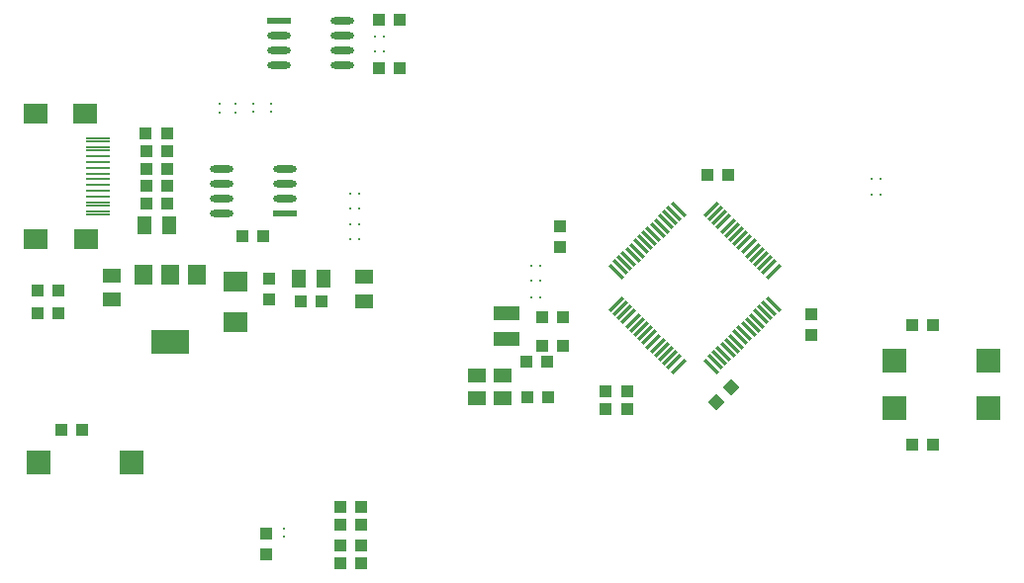
<source format=gtp>
G04 Layer_Color=8421504*
%FSLAX44Y44*%
%MOMM*%
G71*
G01*
G75*
%ADD10R,1.0000X1.0000*%
%ADD11R,2.0000X1.8000*%
%ADD12R,3.2000X2.0000*%
%ADD13R,1.5000X1.8000*%
%ADD14R,2.2000X1.2000*%
%ADD15R,1.5000X1.2000*%
G04:AMPARAMS|DCode=16|XSize=1.6mm|YSize=0.25mm|CornerRadius=0mm|HoleSize=0mm|Usage=FLASHONLY|Rotation=225.000|XOffset=0mm|YOffset=0mm|HoleType=Round|Shape=Rectangle|*
%AMROTATEDRECTD16*
4,1,4,0.4773,0.6541,0.6541,0.4773,-0.4773,-0.6541,-0.6541,-0.4773,0.4773,0.6541,0.0*
%
%ADD16ROTATEDRECTD16*%

G04:AMPARAMS|DCode=17|XSize=1.6mm|YSize=0.25mm|CornerRadius=0mm|HoleSize=0mm|Usage=FLASHONLY|Rotation=135.000|XOffset=0mm|YOffset=0mm|HoleType=Round|Shape=Rectangle|*
%AMROTATEDRECTD17*
4,1,4,0.6541,-0.4773,0.4773,-0.6541,-0.6541,0.4773,-0.4773,0.6541,0.6541,-0.4773,0.0*
%
%ADD17ROTATEDRECTD17*%

%ADD18R,2.0000X0.6000*%
%ADD19O,2.0000X0.6000*%
%ADD20R,2.0000X2.0000*%
%ADD21R,1.0000X1.0000*%
%ADD22R,1.2000X1.6300*%
%ADD23O,0.3000X0.2000*%
%ADD24O,0.2000X0.3000*%
%ADD25P,1.4142X4X90.0*%
%ADD26R,1.6300X1.2000*%
%ADD27R,2.0000X0.2500*%
D10*
X110270Y382270D02*
D03*
X128240D02*
D03*
X783810Y218440D02*
D03*
X765840D02*
D03*
X783810Y115570D02*
D03*
X765840D02*
D03*
X294860Y62230D02*
D03*
X276890D02*
D03*
X309660Y438150D02*
D03*
X327630D02*
D03*
X309660Y480060D02*
D03*
X327630D02*
D03*
X294860Y13970D02*
D03*
X276890D02*
D03*
X35780Y228600D02*
D03*
X17810D02*
D03*
X260570Y238760D02*
D03*
X242600D02*
D03*
X128490Y322580D02*
D03*
X110520D02*
D03*
X128490Y367030D02*
D03*
X110520D02*
D03*
X128490Y351790D02*
D03*
X110520D02*
D03*
X128490Y337820D02*
D03*
X110520D02*
D03*
X276890Y46990D02*
D03*
X294860D02*
D03*
X276890Y29210D02*
D03*
X294860D02*
D03*
X17810Y247650D02*
D03*
X35780D02*
D03*
X467580Y200660D02*
D03*
X449610D02*
D03*
X467580Y224790D02*
D03*
X449610D02*
D03*
X37880Y128270D02*
D03*
X55850D02*
D03*
X454880Y156210D02*
D03*
X436910D02*
D03*
X453610Y186690D02*
D03*
X435640D02*
D03*
X608550Y346710D02*
D03*
X590580D02*
D03*
X503970Y146050D02*
D03*
X521940D02*
D03*
X503970Y161290D02*
D03*
X521940D02*
D03*
X211040Y294640D02*
D03*
X193070D02*
D03*
D11*
X187198Y220980D02*
D03*
Y255270D02*
D03*
X16334Y291830D02*
D03*
X58706D02*
D03*
X58134Y399090D02*
D03*
X16334D02*
D03*
D12*
X130810Y203410D02*
D03*
D13*
X153810Y261410D02*
D03*
X130810D02*
D03*
X107810D02*
D03*
D14*
X419190Y206170D02*
D03*
Y228170D02*
D03*
D15*
X415798Y155702D02*
D03*
Y175006D02*
D03*
X393192D02*
D03*
Y155702D02*
D03*
D16*
X647175Y264142D02*
D03*
X643640Y267678D02*
D03*
X640104Y271213D02*
D03*
X636569Y274749D02*
D03*
X633033Y278284D02*
D03*
X629497Y281820D02*
D03*
X625962Y285355D02*
D03*
X622426Y288891D02*
D03*
X618891Y292426D02*
D03*
X615355Y295962D02*
D03*
X611820Y299498D02*
D03*
X608284Y303033D02*
D03*
X604749Y306569D02*
D03*
X601213Y310104D02*
D03*
X597678Y313640D02*
D03*
X594142Y317175D02*
D03*
X565858Y182825D02*
D03*
X562322Y186360D02*
D03*
X558787Y189896D02*
D03*
X555251Y193431D02*
D03*
X551716Y196967D02*
D03*
X548180Y200502D02*
D03*
X544645Y204038D02*
D03*
X541109Y207574D02*
D03*
X537574Y211109D02*
D03*
X534038Y214645D02*
D03*
X530503Y218180D02*
D03*
X526967Y221716D02*
D03*
X523432Y225251D02*
D03*
X516360Y232322D02*
D03*
X519896Y228787D02*
D03*
X512825Y235858D02*
D03*
D17*
X565858Y317175D02*
D03*
X558787Y310104D02*
D03*
X562322Y313640D02*
D03*
X555251Y306569D02*
D03*
X551716Y303033D02*
D03*
X548180Y299498D02*
D03*
X544645Y295962D02*
D03*
X541109Y292426D02*
D03*
X537574Y288891D02*
D03*
X534038Y285355D02*
D03*
X530503Y281820D02*
D03*
X526967Y278284D02*
D03*
X523432Y274749D02*
D03*
X519896Y271213D02*
D03*
X516360Y267678D02*
D03*
X512825Y264142D02*
D03*
X647175Y235858D02*
D03*
X643640Y232322D02*
D03*
X640104Y228787D02*
D03*
X636569Y225251D02*
D03*
X633033Y221716D02*
D03*
X629497Y218180D02*
D03*
X625962Y214645D02*
D03*
X622426Y211109D02*
D03*
X618891Y207574D02*
D03*
X615355Y204038D02*
D03*
X611820Y200502D02*
D03*
X608284Y196967D02*
D03*
X604749Y193431D02*
D03*
X601213Y189896D02*
D03*
X597678Y186360D02*
D03*
X594142Y182825D02*
D03*
D18*
X224460Y478790D02*
D03*
X228930Y313690D02*
D03*
D19*
X224460Y466090D02*
D03*
Y453390D02*
D03*
Y440690D02*
D03*
X278460Y478790D02*
D03*
Y466090D02*
D03*
Y453390D02*
D03*
Y440690D02*
D03*
X228930Y326390D02*
D03*
Y339090D02*
D03*
Y351790D02*
D03*
X174930Y313690D02*
D03*
Y326390D02*
D03*
Y339090D02*
D03*
Y351790D02*
D03*
D20*
X18420Y100330D02*
D03*
X98420D02*
D03*
X751210Y187960D02*
D03*
X831210D02*
D03*
X751210Y147320D02*
D03*
X831210D02*
D03*
D21*
X213360Y39590D02*
D03*
Y21620D02*
D03*
X679450Y209330D02*
D03*
Y227300D02*
D03*
X464820Y302480D02*
D03*
Y284510D02*
D03*
X215900Y258030D02*
D03*
Y240060D02*
D03*
D22*
X261960Y257810D02*
D03*
X240960D02*
D03*
X108880Y303530D02*
D03*
X129880D02*
D03*
D23*
X228854Y36474D02*
D03*
Y43942D02*
D03*
X173228Y407772D02*
D03*
Y400304D02*
D03*
X187198Y407772D02*
D03*
Y400304D02*
D03*
X201930Y408026D02*
D03*
Y400558D02*
D03*
X217170Y408026D02*
D03*
Y400558D02*
D03*
D24*
X738607Y329692D02*
D03*
X731140D02*
D03*
X738607Y343662D02*
D03*
X731140D02*
D03*
X447714Y256032D02*
D03*
X440246D02*
D03*
X447777Y241808D02*
D03*
X440309D02*
D03*
X447777Y268478D02*
D03*
X440309D02*
D03*
X306603Y452882D02*
D03*
X314071D02*
D03*
X285012Y330708D02*
D03*
X292481D02*
D03*
X285012Y318008D02*
D03*
X292481D02*
D03*
X285012Y291338D02*
D03*
X292481D02*
D03*
X285012Y304037D02*
D03*
X292481D02*
D03*
X306603Y465582D02*
D03*
X314071D02*
D03*
D25*
X598078Y152308D02*
D03*
X610785Y165015D02*
D03*
D26*
X297180Y238420D02*
D03*
Y259420D02*
D03*
X81280Y239690D02*
D03*
Y260690D02*
D03*
D27*
X69420Y375460D02*
D03*
Y367960D02*
D03*
Y362960D02*
D03*
Y352960D02*
D03*
Y337960D02*
D03*
Y322960D02*
D03*
Y327960D02*
D03*
Y315460D02*
D03*
Y312960D02*
D03*
Y320460D02*
D03*
Y332960D02*
D03*
Y342960D02*
D03*
Y347960D02*
D03*
Y357960D02*
D03*
Y370460D02*
D03*
Y377960D02*
D03*
M02*

</source>
